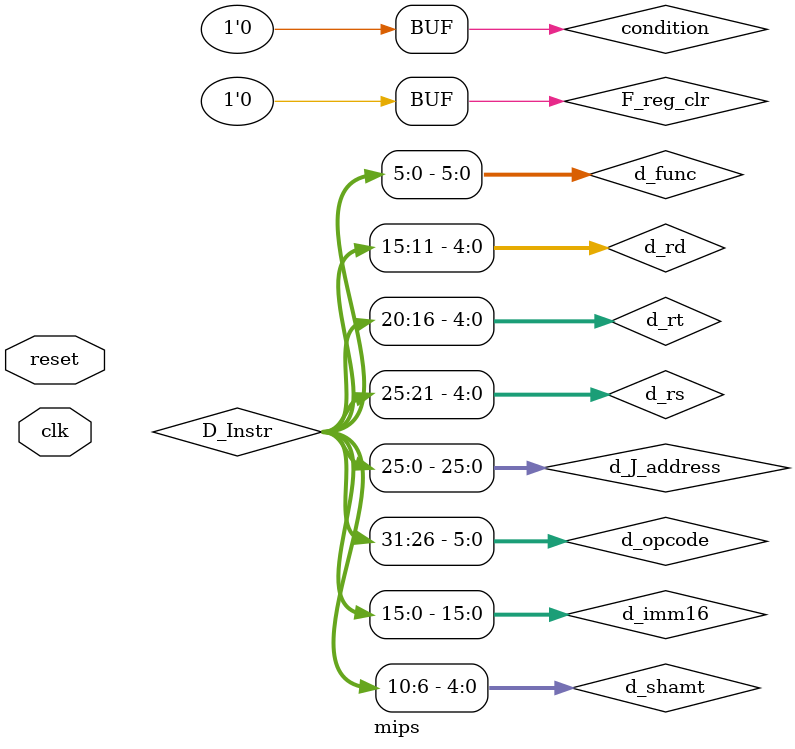
<source format=v>
`timescale 1ns / 1ps
`include "macro.v"
module mips(input clk,
            input reset);
    /////////////////////////////////////////////////////////////////////////////////////////////////////////////////////////////////////////
    //datapath_for_wire_and_reg
    //datapath
    wire stall;
    //IFU
    wire [31:0] npc;
    wire [31:0] F_Instr;
    wire [31:0] F_PC;
    //IF_ID
    wire [31:0] D_Instr;
    wire [31:0] D_PC;
    wire F_reg_clr;
    ///////////////////////////////////////////////////
    //Grf
    wire [4:0]  d_rs;
    wire [4:0]  d_rt;
    wire [4:0]  d_A3;
    wire [31:0] d_RD1;
    wire [31:0] d_RD2;
    //EXT
    wire [2:0] d_SignExt;
    //NPC
    wire [31:0] ra;
    wire [31:0] d_imm32;
    wire [25:0] d_J_address;
    wire [4:0]  d_branch;
    wire [31:0] D_PC8;
    wire d_ALU_change;
    //B_transfer
    wire [31:0] d_b_transfer1;
    wire [31:0] d_b_transfer2;
    wire [3:0] d_B_change;
    //Controller
    wire d_Wegrf_origin;
    wire [5:0] d_opcode;
    wire [5:0] d_func;
    wire [4:0] d_rd;
    wire [4:0] d_shamt;
    wire [15:0] d_imm16;
    wire [11:0] d_ALUop;
    wire d_Wegrf;
    wire d_WeDm;
    wire [3:0] d_AluSrc1;
    wire [3:0] d_AluSrc2;
    wire [7:0] d_WhichtoReg;
    wire [3:0] d_RegDst;
    wire [5:0] d_DM_type;
    wire d_check_new;
    
    //ID_EX
    wire [1:0] d_Tnew;
    wire [31:0] e_RD1;
    wire [31:0] e_RD2;
    wire [4:0] e_shamt;
    wire [4:0] e_rs,e_rt,e_rd;
    wire [4:0]  e_A3;
    wire [31:0] e_imm32;
    wire [31:0] E_PC;
    wire [31:0] E_PC8;
    wire [1:0] e_Tnew;
    wire e_Wegrf;
    wire e_WeDm;
    wire [11:0] e_ALUop;
    wire [3:0] e_AluSrc1;
    wire [3:0] e_AluSrc2;
    wire [7:0] e_WhichtoReg;
    wire [3:0] e_RegDst;
    wire [5:0] e_DM_type;
    wire e_check_new;
    wire e_ALU_change;
    ///////////////////////////////////////////////////
    //ALU
    wire [31:0] e_A;
    wire [31:0] e_B;
    wire [31:0] e_res;
    //MD_Unit
    wire [3:0] d_MDop,e_MDop;
    wire [31:0] HI,LO;
    wire [31:0] mdu_out;
    wire mdu_en,busy;
    //EX_MEM
    wire [31:0] m_RD2;
    wire [31:0] m_res;
    wire [4:0]  m_A3;
    wire [4:0] m_rt;
    wire [31:0] M_PC;
    wire [31:0] M_PC8;
    wire [1:0] m_Tnew;
    wire m_Wegrf;
    wire m_WeDm;
    wire [7:0] m_WhichtoReg;
    wire [3:0] m_RegDst;
    wire [5:0] m_DM_type;
    wire m_check_new;
    wire [31:0] m_imm32;
    wire m_ALU_change;
    //////////////////////////////////////////////////////
    //DM
    wire [31:0] m_Address;
    wire [31:0] m_RD;
    //MEM_WB
    wire [1:0] w_Tnew;
    wire [4:0]  w_A3;
    wire [31:0] w_res;
    wire [31:0] w_RD;
    wire [31:0] W_PC;
    wire [31:0] W_PC8;
    wire w_Wegrf;
    wire [7:0] w_WhichtoReg;
    wire [3:0] w_RegDst;
    wire [31:0] w_imm32;
    wire w_ALU_change;
    wire [4:0] m_A3_origin;
    /////////////////////////////////////////////////////////////////////////////////////////////////////////////////////////////////////////
    //main_part
    wire [1:0] D_Tuse_rs,D_Tuse_rt;
    wire [2:0] d_SelB_D1,d_SelB_D2;
    wire [1:0] d_SelALU_A,d_SelALU_B;
    wire d_SelDM;
    wire [1:0] d_SelJr;
    wire [31:0] e_A_f,e_B_f;
    wire [31:0] M_WD_f;//DM
    wire is_nop;
    wire [31:0] ED,MD,WD;
    //HazardUnit
    assign  is_nop=(D_Instr==0);
    HazardUnit hzu(
    .D_A1(d_rs),
    .D_A2(d_rt),
    .E_A1(e_rs),
    .E_A2(e_rt),
    .M_A2(m_rt),
    .E_A3(e_A3),
    .M_A3(m_A3),
    .W_A3(w_A3),
    .E_Wegrf(e_Wegrf),
    .M_Wegrf(m_Wegrf),
    .W_Wegrf(w_Wegrf),
    .D_check_new(d_check_new),
    .E_check_new(e_check_new),
    .M_check_new(m_check_new),
    
    .D_Tuse_rs(D_Tuse_rs),
    .D_Tuse_rt(D_Tuse_rt),
    .E_Tnew(e_Tnew),
    .M_Tnew(m_Tnew),
    .W_Tnew(w_Tnew),
    .E_WhichtoReg(e_WhichtoReg),
    .M_WhichtoReg(m_WhichtoReg),
    .Is_nop(is_nop),
    
    .SelB_D1(d_SelB_D1),
    .SelB_D2(d_SelB_D2),
    .SelALU_A(d_SelALU_A),
    .SelALU_B(d_SelALU_B),
    .SelDM(d_SelDM),
    .stall(stall)
    );
    //////////////////////////////////////////////F//////////////////////////////////////////////////////////////////////////////////////////
    //IFU
    PC pc(
    .clk(clk),
    .reset(reset),
    .NPC(npc),
    .en(~stall),
    
    .Instr(F_Instr),
    .PC(F_PC)
    );
    //IF_ID
    // assign F_reg_clr=d_check_new&&~d_ALU_change&&~stall;
    assign F_reg_clr=1'b0;
    IF F_reg(
    .clk(clk),
    .reset(reset),
    .en(~stall),
    .clr(F_reg_clr),
    .F_Instr(F_Instr),
    .F_PC(F_PC),
    
    .D_Instr(D_Instr),
    .D_PC(D_PC)
    );
    //////////////////////////////////////////////D//////////////////////////////////////////////////////////////////////////////////////////
    //Grf
    GRF grf(
    .A1(d_rs),
    .A2(d_rt),
    .A3(w_A3),
    .WD(WD),
    .clk(clk),
    .reset(reset),
    .WE(w_Wegrf),
    .WPC(W_PC),
    
    .RD1(d_RD1),
    .RD2(d_RD2)
    );
    //EXT
    EXT ext(
    .imm16(d_imm16),
    .sign(d_SignExt),
    
    .imm32(d_imm32)
    );
    //NPC
    assign ra = d_b_transfer1;
    //
    NPC Npc(
    .F_PC(F_PC),
    .D_PC(D_PC),
    .offset(d_imm32),
    .imm26(d_J_address),
    .ra(ra),
    .branch(d_branch),
    .ALU_change(d_ALU_change),
    
    .npc(npc),
    .PC8(D_PC8)
    );
    //B_transfer
    assign d_b_transfer1 =  (d_SelB_D1 == 3'b000)?d_RD1:
                            (d_SelB_D1 == 3'b001)?WD:
                            (d_SelB_D1 == 3'b010)?MD:
                            ED;
    assign d_b_transfer2 =  (d_SelB_D2 == 3'b000)?d_RD2:
                            (d_SelB_D2 == 3'b001)?WD:
                            (d_SelB_D2 == 3'b010)?MD:
                            ED;
    B_transfer b_trans(
    .A(d_b_transfer1),
    .B(d_b_transfer2),
    .Type(d_B_change),
    
    .ALU_change(d_ALU_change)
    );
    //controller
    assign 	d_opcode    = D_Instr[31:26];
    assign 	d_rs        = D_Instr[25:21];
    assign 	d_rt        = D_Instr[20:16];
    assign 	d_rd        = D_Instr[15:11];
    assign 	d_shamt     = D_Instr[10:6];
    assign 	d_func      = D_Instr[5:0];
    assign 	d_imm16     = D_Instr[15:0];
    assign 	d_J_address = D_Instr[25:0];
    Controller controller(
    .op(d_opcode),
    .func(d_func),
    .rt(d_rt),
    
    .ALUop(d_ALUop),
    .Wegrf(d_Wegrf_origin),
    .WeDm(d_WeDm),
    .branch(d_branch),
    .AluSrc1(d_AluSrc1),
    .AluSrc2(d_AluSrc2),
    .WhichtoReg(d_WhichtoReg),
    .RegDst(d_RegDst),
    .SignExt(d_SignExt),
    .B_change(d_B_change),
    .DM_type(d_DM_type),
    .MDop(d_MDop),
    .check_new(d_check_new),
    
    .D_Tuse_rs(D_Tuse_rs),
    .D_Tuse_rt(D_Tuse_rt),
    .D_Tnew(d_Tnew)
    );
    // assign d_Wegrf=d_check_new&&(d_branch!=`PC4_NPC)?(d_ALU_change?1'b1:1'b0):d_Wegrf_origin;
    assign d_Wegrf=d_Wegrf_origin;
    //submit for branch
    //ID_EX
    ID D_reg(
    .clk(clk),
    .reset(reset),
    .clr(stall),
    .D_RD1(d_b_transfer1),
    .D_RD2(d_b_transfer2),
    .D_instr_s(d_shamt),
    .D_A1(d_rs),
    .D_A2(d_rt),
    .D_A3(d_rd),
    .D_imm32(d_imm32),
    .D_PC(D_PC),
    .D_PC8(D_PC8),
    .D_Tnew(d_Tnew),
    .D_Wegrf(d_Wegrf),
    .D_WeDm(d_WeDm),
    .D_ALUop(d_ALUop),
    .D_AluSrc1(d_AluSrc1),
    .D_AluSrc2(d_AluSrc2),
    .D_WhichtoReg(d_WhichtoReg),
    .D_RegDst(d_RegDst),
    .D_DM_type(d_DM_type),
    .D_ALU_change(d_ALU_change),
    .D_MDop(d_MDop),
    .D_check_new(d_check_new),

    
    .E_RD1(e_RD1),
    .E_RD2(e_RD2),
    .E_instr_s(e_shamt),
    .E_A1(e_rs),
    .E_A2(e_rt),
    .E_A3(e_rd),
    .E_imm32(e_imm32),
    .E_PC(E_PC),
    .E_PC8(E_PC8),
    .E_Tnew(e_Tnew),
    .E_Wegrf(e_Wegrf),
    .E_WeDm(e_WeDm),
    .E_ALUop(e_ALUop),
    .E_AluSrc1(e_AluSrc1),
    .E_AluSrc2(e_AluSrc2),
    .E_WhichtoReg(e_WhichtoReg),
    .E_RegDst(e_RegDst),
    .E_DM_type(e_DM_type),
    .E_ALU_change(e_ALU_change),
    .E_MDop(e_MDop),
    .E_check_new(e_check_new)
    );
    //////////////////////////////////////////////E//////////////////////////////////////////////////////////////////////////////////////////
    assign 	e_A3 =  (e_RegDst == 4'b0001)?e_rd:
                    (e_RegDst == 4'b0010)?e_rt:
                    5'b11111;
    //ALU
    assign e_A = 	(e_AluSrc1 == 4'b0001)?e_A_f://
                  e_B_f;
    
    assign e_A_f =  (d_SelALU_A == 3'b010)?MD:
                    (d_SelALU_A == 3'b001)?WD:
                    e_RD1;//rs
    assign e_B_f =  (d_SelALU_B == 3'b010)?MD:
                    (d_SelALU_B == 3'b001)?WD:
                    e_RD2;//rt
    
    
    assign e_B = 	(e_AluSrc2 == 4'b0001)?e_B_f:
                  (e_AluSrc2 == 4'b0010)?e_imm32://
                  (e_AluSrc2 == 4'b0100)?({{27{1'b0}},e_shamt}):
                  e_A_f;
    
    ALU alu(
    .A(e_A),
    .B(e_B),
    .ALUop(e_ALUop),
    
    .res(e_res)
    );
    //MD_Unit
    MD_Unit mdu (
    .clk(clk), 
    .reset(reset), 
    .en(mdu_en), 
    .MDop(e_MDop), 
    .A(e_A), 
    .B(e_B),

    .HI(HI), 
    .LO(LO), 
    .out(mdu_out), 
    .busy(busy)
    );
    //EX_MEM
    assign 	ED =  (e_WhichtoReg == 8'b0000_0001)?e_res:
                  // (e_WhichtoReg == 8'b0000_0010)?e_RD:
                  (e_WhichtoReg == 8'b0000_0100)?e_imm32:
                  (e_WhichtoReg == 8'b0000_1000)?E_PC8:
                  e_ALU_change;//
    EX E_reg(
    .clk(clk),
    .reset(reset),
    .E_A2(e_rt),
    .E_A3(e_A3),
    .E_RD2(e_B_f),
    .E_ALUout(e_res),
    .E_PC(E_PC),
    .E_PC8(E_PC8),
    .E_Tnew(e_Tnew),
    .E_Wegrf(e_Wegrf),
    .E_WeDm(e_WeDm),
    .E_WhichtoReg(e_WhichtoReg),
    .E_RegDst(e_RegDst),
    .E_DM_type(e_DM_type),
    .E_imm32(e_imm32),
    .E_ALU_change(e_ALU_change),
    .E_check_new(e_check_new),

    
    .M_A2(m_rt),
    .M_A3(m_A3_origin),
    .M_RD2(m_RD2),
    .M_ALUout(m_res),
    .M_PC(M_PC),
    .M_PC8(M_PC8),
    .M_Tnew(m_Tnew),
    .M_Wegrf(m_Wegrf),
    .M_WeDm(m_WeDm),
    .M_WhichtoReg(m_WhichtoReg),
    .M_RegDst(m_RegDst),
    .M_DM_type(m_DM_type),
    .M_imm32(m_imm32),
    .M_ALU_change(m_ALU_change),
    .M_check_new(m_check_new)
    );
    //////////////////////////////////////////////M//////////////////////////////////////////////////////////////////////////////////////////
    //DM
    assign m_Address = m_res;
    assign M_WD_f    =  (d_SelDM)?WD:
                        m_RD2;
    DM dm(
    .Address(m_Address),
    .WD(M_WD_f),
    .clk(clk),
    .reset(reset),
    .pc(M_PC),
    .WE(m_WeDm),
    .DM_type(m_DM_type),
    
    .RD(m_RD)
    );
    assign 	MD =  (m_WhichtoReg == 8'b0000_0001)?m_res:
                  // (m_WhichtoReg == 8'b0000_0010)?m_RD:
                  (m_WhichtoReg == 8'b0000_0100)?m_imm32:
                  (m_WhichtoReg == 8'b0000_1000)?M_PC8:
                  m_ALU_change;//
    assign m_A3=m_A3_origin;//condition
    wire condition;
    assign condition=1'b0;
    // assign m_A3=m_check_new?(condition?5'd31:m_A3_origin):m_A3_origin;//condition
    ///////provide for condition///////////////
    

    //////////////////////////////////////////
    //MEM_WE
    MEM M_reg(
    .clk(clk),
    .reset(reset),
    .M_A3(m_A3),
    .M_ALUout(m_res),
    .M_RD(m_RD),
    .M_PC(M_PC),
    .M_PC8(M_PC8),
    .M_Wegrf(m_Wegrf),
    .M_WhichtoReg(m_WhichtoReg),
    .M_RegDst(m_RegDst),
    .M_imm32(m_imm32),
    .M_ALU_change(m_ALU_change),
    .M_Tnew(m_Tnew),
    
    .W_A3(w_A3),
    .W_ALUout(w_res),
    .W_RD(w_RD),
    .W_PC(W_PC),
    .W_PC8(W_PC8),
    .W_Wegrf(w_Wegrf),
    .W_WhichtoReg(w_WhichtoReg),
    .W_RegDst(w_RegDst),
    .W_imm32(w_imm32),
    .W_ALU_change(w_ALU_change),
    .W_Tnew(w_Tnew)
    );
    //////////////////////////////////////////////W//////////////////////////////////////////////////////////////////////////////////////////
    assign 	WD =  (w_WhichtoReg == 8'b0000_0001)?w_res:
                  (w_WhichtoReg == 8'b0000_0010)?w_RD:
                  (w_WhichtoReg == 8'b0000_0100)?w_imm32:
                  (w_WhichtoReg == 8'b0000_1000)?W_PC8:
                  w_ALU_change;//
endmodule

</source>
